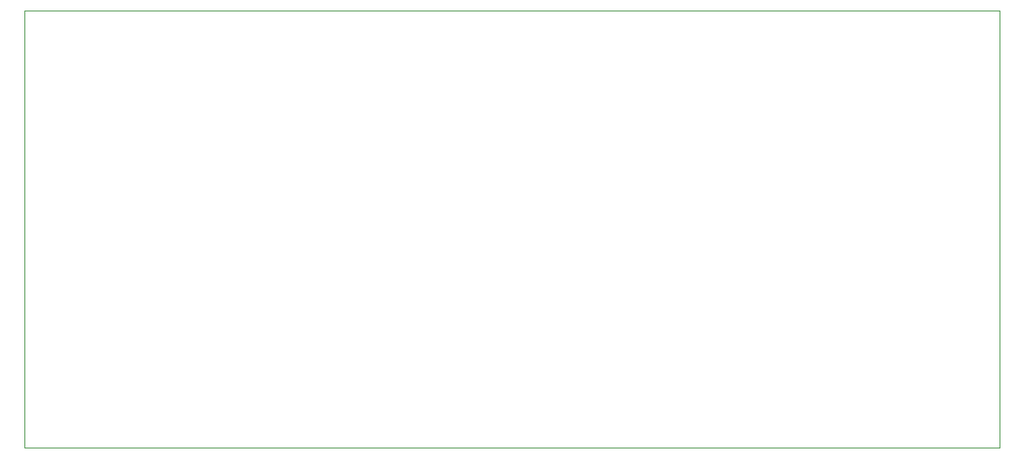
<source format=gbr>
%TF.GenerationSoftware,KiCad,Pcbnew,(5.1.10-1-10_14)*%
%TF.CreationDate,2021-11-12T19:59:20-05:00*%
%TF.ProjectId,address-register-smd,61646472-6573-4732-9d72-656769737465,rev?*%
%TF.SameCoordinates,Original*%
%TF.FileFunction,Profile,NP*%
%FSLAX46Y46*%
G04 Gerber Fmt 4.6, Leading zero omitted, Abs format (unit mm)*
G04 Created by KiCad (PCBNEW (5.1.10-1-10_14)) date 2021-11-12 19:59:20*
%MOMM*%
%LPD*%
G01*
G04 APERTURE LIST*
%TA.AperFunction,Profile*%
%ADD10C,0.050000*%
%TD*%
G04 APERTURE END LIST*
D10*
X155448000Y-155448000D02*
X54102000Y-155448000D01*
X155448000Y-109982000D02*
X155448000Y-155448000D01*
X61468000Y-109982000D02*
X155448000Y-109982000D01*
X54102000Y-109982000D02*
X54102000Y-155448000D01*
X61468000Y-109982000D02*
X54102000Y-109982000D01*
M02*

</source>
